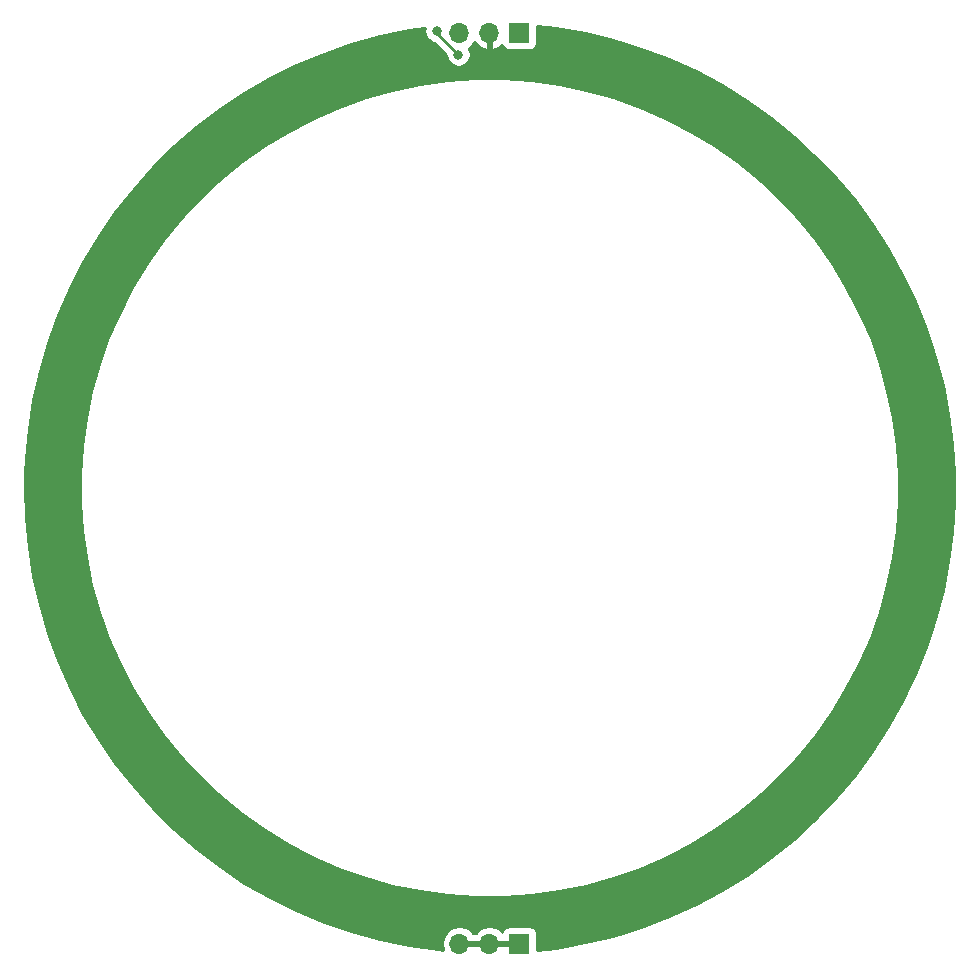
<source format=gbr>
G04 #@! TF.GenerationSoftware,KiCad,Pcbnew,(5.1.5)-3*
G04 #@! TF.CreationDate,2020-06-10T12:30:33+02:00*
G04 #@! TF.ProjectId,Ring80,52696e67-3830-42e6-9b69-6361645f7063,V0.1*
G04 #@! TF.SameCoordinates,Original*
G04 #@! TF.FileFunction,Copper,L2,Bot*
G04 #@! TF.FilePolarity,Positive*
%FSLAX46Y46*%
G04 Gerber Fmt 4.6, Leading zero omitted, Abs format (unit mm)*
G04 Created by KiCad (PCBNEW (5.1.5)-3) date 2020-06-10 12:30:33*
%MOMM*%
%LPD*%
G04 APERTURE LIST*
%ADD10R,1.700000X1.700000*%
%ADD11O,1.700000X1.700000*%
%ADD12C,0.800000*%
%ADD13C,0.250000*%
%ADD14C,0.500000*%
%ADD15C,0.254000*%
G04 APERTURE END LIST*
D10*
X96888000Y-166072000D03*
D11*
X94348000Y-166072000D03*
X91808000Y-166072000D03*
D10*
X96890000Y-88960000D03*
D11*
X94350000Y-88960000D03*
X91810000Y-88960000D03*
D12*
X91710000Y-90800000D03*
X89880000Y-88790000D03*
X86390000Y-93312223D03*
X67420000Y-104450000D03*
X71160000Y-100440000D03*
X59240000Y-124660000D03*
X59180000Y-130330000D03*
X59780000Y-135670000D03*
X96990000Y-92330000D03*
X102600000Y-92790000D03*
X112880000Y-97440000D03*
X117428840Y-100414965D03*
X121190000Y-104370000D03*
X124580000Y-108790000D03*
X127210000Y-113710000D03*
X128920000Y-119030000D03*
X129940000Y-124700000D03*
X130040000Y-130340000D03*
X129110000Y-135830000D03*
X127230000Y-141330000D03*
X124830000Y-146350000D03*
X121550000Y-150760000D03*
X117490000Y-154670000D03*
X112970000Y-157860000D03*
X107990000Y-160390000D03*
X102610000Y-162130000D03*
X91380000Y-163050000D03*
X80570000Y-160310000D03*
X75660000Y-157900000D03*
X67190000Y-150660000D03*
X63740000Y-145940000D03*
X61300000Y-140860000D03*
X97050000Y-162390000D03*
X86020000Y-161530000D03*
X93092215Y-164437901D03*
X81060000Y-94830203D03*
X109285131Y-161466838D03*
X131490001Y-128830000D03*
X130560001Y-134346197D03*
X128964332Y-140450000D03*
X126601726Y-145899056D03*
X123541910Y-150396196D03*
X119364154Y-154894154D03*
X114539154Y-158389154D03*
X103914272Y-163498992D03*
X131188743Y-123029766D03*
X129940780Y-117339221D03*
X127818014Y-111911986D03*
X124739082Y-106810921D03*
X121532584Y-102659116D03*
X116861587Y-98296030D03*
X112112397Y-95198274D03*
X107552643Y-92836529D03*
X102340000Y-91338564D03*
X71270000Y-154500000D03*
X86440000Y-163561436D03*
X81060000Y-161993471D03*
X75695632Y-159671726D03*
X70930846Y-156259154D03*
X66600846Y-152169154D03*
X63714763Y-148013070D03*
X60484016Y-142455984D03*
X58723300Y-137307533D03*
X57853837Y-132163059D03*
X61990000Y-113810000D03*
X64230000Y-108960000D03*
X62540846Y-108550846D03*
X59859174Y-113723274D03*
X58248564Y-119605285D03*
X65935846Y-103835846D03*
X69785846Y-99715846D03*
X73589301Y-97119301D03*
X78979016Y-93999015D03*
X84970000Y-91862223D03*
X91590000Y-92340000D03*
X107802454Y-94767546D03*
X76010000Y-97370000D03*
X60000000Y-119030000D03*
X90259999Y-91059609D03*
X57559999Y-125060000D03*
X99243670Y-163815868D03*
D13*
X89880000Y-88970000D02*
X89880000Y-88790000D01*
X91710000Y-90800000D02*
X89880000Y-88970000D01*
D14*
X91808000Y-166072000D02*
X96888000Y-166072000D01*
D15*
G36*
X99946666Y-88524424D02*
G01*
X102405094Y-88957912D01*
X104831080Y-89546449D01*
X107214854Y-90287668D01*
X109546817Y-91178582D01*
X111817581Y-92215605D01*
X114018000Y-93394561D01*
X116139215Y-94710702D01*
X118172685Y-96158729D01*
X120110221Y-97732812D01*
X121944022Y-99426611D01*
X123666703Y-101233308D01*
X125271329Y-103145625D01*
X126751437Y-105155865D01*
X128101067Y-107255931D01*
X129314787Y-109437369D01*
X130387707Y-111691393D01*
X131315508Y-114008928D01*
X132094454Y-116380641D01*
X132721408Y-118796984D01*
X133193846Y-121248225D01*
X133509865Y-123724495D01*
X133668194Y-126215823D01*
X133668194Y-128712177D01*
X133509865Y-131203505D01*
X133193846Y-133679775D01*
X132721408Y-136131016D01*
X132094454Y-138547359D01*
X131315508Y-140919072D01*
X130387707Y-143236607D01*
X129314787Y-145490631D01*
X128101067Y-147672069D01*
X126751437Y-149772135D01*
X125271329Y-151782375D01*
X123666703Y-153694692D01*
X121944022Y-155501389D01*
X120110221Y-157195188D01*
X118172685Y-158769271D01*
X116139215Y-160217298D01*
X114018000Y-161533439D01*
X111817581Y-162712395D01*
X109546817Y-163749418D01*
X107214854Y-164640332D01*
X104831080Y-165381551D01*
X102405094Y-165970088D01*
X99946666Y-166403576D01*
X98376072Y-166578737D01*
X98376072Y-165222000D01*
X98363812Y-165097518D01*
X98327502Y-164977820D01*
X98268537Y-164867506D01*
X98189185Y-164770815D01*
X98092494Y-164691463D01*
X97982180Y-164632498D01*
X97862482Y-164596188D01*
X97738000Y-164583928D01*
X96038000Y-164583928D01*
X95913518Y-164596188D01*
X95793820Y-164632498D01*
X95683506Y-164691463D01*
X95586815Y-164770815D01*
X95507463Y-164867506D01*
X95448498Y-164977820D01*
X95426487Y-165050380D01*
X95294632Y-164918525D01*
X95051411Y-164756010D01*
X94781158Y-164644068D01*
X94494260Y-164587000D01*
X94201740Y-164587000D01*
X93914842Y-164644068D01*
X93644589Y-164756010D01*
X93401368Y-164918525D01*
X93194525Y-165125368D01*
X93153344Y-165187000D01*
X93002656Y-165187000D01*
X92961475Y-165125368D01*
X92754632Y-164918525D01*
X92511411Y-164756010D01*
X92241158Y-164644068D01*
X91954260Y-164587000D01*
X91661740Y-164587000D01*
X91374842Y-164644068D01*
X91104589Y-164756010D01*
X90861368Y-164918525D01*
X90654525Y-165125368D01*
X90492010Y-165368589D01*
X90380068Y-165638842D01*
X90323000Y-165925740D01*
X90323000Y-166218260D01*
X90380068Y-166505158D01*
X90417608Y-166595789D01*
X89987625Y-166561605D01*
X87516681Y-166206337D01*
X85073243Y-165695067D01*
X82667152Y-165029854D01*
X80308096Y-164213377D01*
X78005573Y-163248923D01*
X75768856Y-162140375D01*
X73606950Y-160892198D01*
X71528561Y-159509418D01*
X69542058Y-157997602D01*
X67655440Y-156362838D01*
X65876303Y-154611708D01*
X64211812Y-152751265D01*
X62668668Y-150788998D01*
X61253086Y-148732810D01*
X59970766Y-146590980D01*
X58826870Y-144372132D01*
X57826006Y-142085201D01*
X56972202Y-139739396D01*
X56268898Y-137344162D01*
X55718925Y-134909144D01*
X55324498Y-132444147D01*
X55087204Y-129959097D01*
X55008000Y-127464000D01*
X55045585Y-126279986D01*
X59688218Y-126279986D01*
X59688218Y-128648014D01*
X59849818Y-131010521D01*
X60172264Y-133356492D01*
X60654053Y-135674990D01*
X61292939Y-137955205D01*
X62085944Y-140186504D01*
X63029368Y-142358486D01*
X64118815Y-144461022D01*
X65349204Y-146484311D01*
X66714799Y-148418918D01*
X68209232Y-150255824D01*
X69825537Y-151986463D01*
X71556176Y-153602768D01*
X73393082Y-155097201D01*
X75327689Y-156462796D01*
X77350978Y-157693185D01*
X79453514Y-158782632D01*
X81625496Y-159726056D01*
X83856795Y-160519061D01*
X86137010Y-161157947D01*
X88455508Y-161639736D01*
X90801479Y-161962182D01*
X93163986Y-162123782D01*
X95532014Y-162123782D01*
X97894521Y-161962182D01*
X100240492Y-161639736D01*
X102558990Y-161157947D01*
X104839205Y-160519061D01*
X107070504Y-159726056D01*
X109242486Y-158782632D01*
X111345022Y-157693185D01*
X113368311Y-156462796D01*
X115302918Y-155097201D01*
X117139824Y-153602768D01*
X118870463Y-151986463D01*
X120486768Y-150255824D01*
X121981201Y-148418918D01*
X123346796Y-146484311D01*
X124577185Y-144461022D01*
X125666632Y-142358486D01*
X126610056Y-140186504D01*
X127403061Y-137955205D01*
X128041947Y-135674990D01*
X128523736Y-133356492D01*
X128846182Y-131010521D01*
X129007782Y-128648014D01*
X129007782Y-126279986D01*
X128846182Y-123917479D01*
X128523736Y-121571508D01*
X128041947Y-119253010D01*
X127403061Y-116972795D01*
X126610056Y-114741496D01*
X125666632Y-112569514D01*
X124577185Y-110466978D01*
X123346796Y-108443689D01*
X121981201Y-106509082D01*
X120486768Y-104672176D01*
X118870463Y-102941537D01*
X117139824Y-101325232D01*
X115302918Y-99830799D01*
X113368311Y-98465204D01*
X111345022Y-97234815D01*
X109242486Y-96145368D01*
X107070504Y-95201944D01*
X104839205Y-94408939D01*
X102558990Y-93770053D01*
X100240492Y-93288264D01*
X97894521Y-92965818D01*
X95532014Y-92804218D01*
X93163986Y-92804218D01*
X90801479Y-92965818D01*
X88455508Y-93288264D01*
X86137010Y-93770053D01*
X83856795Y-94408939D01*
X81625496Y-95201944D01*
X79453514Y-96145368D01*
X77350978Y-97234815D01*
X75327689Y-98465204D01*
X73393082Y-99830799D01*
X71556176Y-101325232D01*
X69825537Y-102941537D01*
X68209232Y-104672176D01*
X66714799Y-106509082D01*
X65349204Y-108443689D01*
X64118815Y-110466978D01*
X63029368Y-112569514D01*
X62085944Y-114741496D01*
X61292939Y-116972795D01*
X60654053Y-119253010D01*
X60172264Y-121571508D01*
X59849818Y-123917479D01*
X59688218Y-126279986D01*
X55045585Y-126279986D01*
X55087204Y-124968903D01*
X55324498Y-122483853D01*
X55718925Y-120018856D01*
X56268898Y-117583838D01*
X56972202Y-115188604D01*
X57826006Y-112842799D01*
X58826870Y-110555868D01*
X59970766Y-108337020D01*
X61253086Y-106195190D01*
X62668668Y-104139002D01*
X64211812Y-102176735D01*
X65876303Y-100316292D01*
X67655440Y-98565162D01*
X69542058Y-96930398D01*
X71528561Y-95418582D01*
X73606950Y-94035802D01*
X75768856Y-92787625D01*
X78005573Y-91679077D01*
X80308096Y-90714623D01*
X82667152Y-89898146D01*
X85073243Y-89232933D01*
X87516681Y-88721663D01*
X88877226Y-88526046D01*
X88845000Y-88688061D01*
X88845000Y-88891939D01*
X88884774Y-89091898D01*
X88962795Y-89280256D01*
X89076063Y-89449774D01*
X89220226Y-89593937D01*
X89389744Y-89707205D01*
X89578102Y-89785226D01*
X89630934Y-89795735D01*
X90675000Y-90839802D01*
X90675000Y-90901939D01*
X90714774Y-91101898D01*
X90792795Y-91290256D01*
X90906063Y-91459774D01*
X91050226Y-91603937D01*
X91219744Y-91717205D01*
X91408102Y-91795226D01*
X91608061Y-91835000D01*
X91811939Y-91835000D01*
X92011898Y-91795226D01*
X92200256Y-91717205D01*
X92369774Y-91603937D01*
X92513937Y-91459774D01*
X92627205Y-91290256D01*
X92705226Y-91101898D01*
X92745000Y-90901939D01*
X92745000Y-90698061D01*
X92705226Y-90498102D01*
X92627205Y-90309744D01*
X92576489Y-90233842D01*
X92756632Y-90113475D01*
X92963475Y-89906632D01*
X93085195Y-89724466D01*
X93154822Y-89841355D01*
X93349731Y-90057588D01*
X93583080Y-90231641D01*
X93845901Y-90356825D01*
X93993110Y-90401476D01*
X94223000Y-90280155D01*
X94223000Y-89087000D01*
X94203000Y-89087000D01*
X94203000Y-88833000D01*
X94223000Y-88833000D01*
X94223000Y-88813000D01*
X94477000Y-88813000D01*
X94477000Y-88833000D01*
X94497000Y-88833000D01*
X94497000Y-89087000D01*
X94477000Y-89087000D01*
X94477000Y-90280155D01*
X94706890Y-90401476D01*
X94854099Y-90356825D01*
X95116920Y-90231641D01*
X95350269Y-90057588D01*
X95426034Y-89973534D01*
X95450498Y-90054180D01*
X95509463Y-90164494D01*
X95588815Y-90261185D01*
X95685506Y-90340537D01*
X95795820Y-90399502D01*
X95915518Y-90435812D01*
X96040000Y-90448072D01*
X97740000Y-90448072D01*
X97864482Y-90435812D01*
X97984180Y-90399502D01*
X98094494Y-90340537D01*
X98191185Y-90261185D01*
X98270537Y-90164494D01*
X98329502Y-90054180D01*
X98365812Y-89934482D01*
X98378072Y-89810000D01*
X98378072Y-88349486D01*
X99946666Y-88524424D01*
G37*
X99946666Y-88524424D02*
X102405094Y-88957912D01*
X104831080Y-89546449D01*
X107214854Y-90287668D01*
X109546817Y-91178582D01*
X111817581Y-92215605D01*
X114018000Y-93394561D01*
X116139215Y-94710702D01*
X118172685Y-96158729D01*
X120110221Y-97732812D01*
X121944022Y-99426611D01*
X123666703Y-101233308D01*
X125271329Y-103145625D01*
X126751437Y-105155865D01*
X128101067Y-107255931D01*
X129314787Y-109437369D01*
X130387707Y-111691393D01*
X131315508Y-114008928D01*
X132094454Y-116380641D01*
X132721408Y-118796984D01*
X133193846Y-121248225D01*
X133509865Y-123724495D01*
X133668194Y-126215823D01*
X133668194Y-128712177D01*
X133509865Y-131203505D01*
X133193846Y-133679775D01*
X132721408Y-136131016D01*
X132094454Y-138547359D01*
X131315508Y-140919072D01*
X130387707Y-143236607D01*
X129314787Y-145490631D01*
X128101067Y-147672069D01*
X126751437Y-149772135D01*
X125271329Y-151782375D01*
X123666703Y-153694692D01*
X121944022Y-155501389D01*
X120110221Y-157195188D01*
X118172685Y-158769271D01*
X116139215Y-160217298D01*
X114018000Y-161533439D01*
X111817581Y-162712395D01*
X109546817Y-163749418D01*
X107214854Y-164640332D01*
X104831080Y-165381551D01*
X102405094Y-165970088D01*
X99946666Y-166403576D01*
X98376072Y-166578737D01*
X98376072Y-165222000D01*
X98363812Y-165097518D01*
X98327502Y-164977820D01*
X98268537Y-164867506D01*
X98189185Y-164770815D01*
X98092494Y-164691463D01*
X97982180Y-164632498D01*
X97862482Y-164596188D01*
X97738000Y-164583928D01*
X96038000Y-164583928D01*
X95913518Y-164596188D01*
X95793820Y-164632498D01*
X95683506Y-164691463D01*
X95586815Y-164770815D01*
X95507463Y-164867506D01*
X95448498Y-164977820D01*
X95426487Y-165050380D01*
X95294632Y-164918525D01*
X95051411Y-164756010D01*
X94781158Y-164644068D01*
X94494260Y-164587000D01*
X94201740Y-164587000D01*
X93914842Y-164644068D01*
X93644589Y-164756010D01*
X93401368Y-164918525D01*
X93194525Y-165125368D01*
X93153344Y-165187000D01*
X93002656Y-165187000D01*
X92961475Y-165125368D01*
X92754632Y-164918525D01*
X92511411Y-164756010D01*
X92241158Y-164644068D01*
X91954260Y-164587000D01*
X91661740Y-164587000D01*
X91374842Y-164644068D01*
X91104589Y-164756010D01*
X90861368Y-164918525D01*
X90654525Y-165125368D01*
X90492010Y-165368589D01*
X90380068Y-165638842D01*
X90323000Y-165925740D01*
X90323000Y-166218260D01*
X90380068Y-166505158D01*
X90417608Y-166595789D01*
X89987625Y-166561605D01*
X87516681Y-166206337D01*
X85073243Y-165695067D01*
X82667152Y-165029854D01*
X80308096Y-164213377D01*
X78005573Y-163248923D01*
X75768856Y-162140375D01*
X73606950Y-160892198D01*
X71528561Y-159509418D01*
X69542058Y-157997602D01*
X67655440Y-156362838D01*
X65876303Y-154611708D01*
X64211812Y-152751265D01*
X62668668Y-150788998D01*
X61253086Y-148732810D01*
X59970766Y-146590980D01*
X58826870Y-144372132D01*
X57826006Y-142085201D01*
X56972202Y-139739396D01*
X56268898Y-137344162D01*
X55718925Y-134909144D01*
X55324498Y-132444147D01*
X55087204Y-129959097D01*
X55008000Y-127464000D01*
X55045585Y-126279986D01*
X59688218Y-126279986D01*
X59688218Y-128648014D01*
X59849818Y-131010521D01*
X60172264Y-133356492D01*
X60654053Y-135674990D01*
X61292939Y-137955205D01*
X62085944Y-140186504D01*
X63029368Y-142358486D01*
X64118815Y-144461022D01*
X65349204Y-146484311D01*
X66714799Y-148418918D01*
X68209232Y-150255824D01*
X69825537Y-151986463D01*
X71556176Y-153602768D01*
X73393082Y-155097201D01*
X75327689Y-156462796D01*
X77350978Y-157693185D01*
X79453514Y-158782632D01*
X81625496Y-159726056D01*
X83856795Y-160519061D01*
X86137010Y-161157947D01*
X88455508Y-161639736D01*
X90801479Y-161962182D01*
X93163986Y-162123782D01*
X95532014Y-162123782D01*
X97894521Y-161962182D01*
X100240492Y-161639736D01*
X102558990Y-161157947D01*
X104839205Y-160519061D01*
X107070504Y-159726056D01*
X109242486Y-158782632D01*
X111345022Y-157693185D01*
X113368311Y-156462796D01*
X115302918Y-155097201D01*
X117139824Y-153602768D01*
X118870463Y-151986463D01*
X120486768Y-150255824D01*
X121981201Y-148418918D01*
X123346796Y-146484311D01*
X124577185Y-144461022D01*
X125666632Y-142358486D01*
X126610056Y-140186504D01*
X127403061Y-137955205D01*
X128041947Y-135674990D01*
X128523736Y-133356492D01*
X128846182Y-131010521D01*
X129007782Y-128648014D01*
X129007782Y-126279986D01*
X128846182Y-123917479D01*
X128523736Y-121571508D01*
X128041947Y-119253010D01*
X127403061Y-116972795D01*
X126610056Y-114741496D01*
X125666632Y-112569514D01*
X124577185Y-110466978D01*
X123346796Y-108443689D01*
X121981201Y-106509082D01*
X120486768Y-104672176D01*
X118870463Y-102941537D01*
X117139824Y-101325232D01*
X115302918Y-99830799D01*
X113368311Y-98465204D01*
X111345022Y-97234815D01*
X109242486Y-96145368D01*
X107070504Y-95201944D01*
X104839205Y-94408939D01*
X102558990Y-93770053D01*
X100240492Y-93288264D01*
X97894521Y-92965818D01*
X95532014Y-92804218D01*
X93163986Y-92804218D01*
X90801479Y-92965818D01*
X88455508Y-93288264D01*
X86137010Y-93770053D01*
X83856795Y-94408939D01*
X81625496Y-95201944D01*
X79453514Y-96145368D01*
X77350978Y-97234815D01*
X75327689Y-98465204D01*
X73393082Y-99830799D01*
X71556176Y-101325232D01*
X69825537Y-102941537D01*
X68209232Y-104672176D01*
X66714799Y-106509082D01*
X65349204Y-108443689D01*
X64118815Y-110466978D01*
X63029368Y-112569514D01*
X62085944Y-114741496D01*
X61292939Y-116972795D01*
X60654053Y-119253010D01*
X60172264Y-121571508D01*
X59849818Y-123917479D01*
X59688218Y-126279986D01*
X55045585Y-126279986D01*
X55087204Y-124968903D01*
X55324498Y-122483853D01*
X55718925Y-120018856D01*
X56268898Y-117583838D01*
X56972202Y-115188604D01*
X57826006Y-112842799D01*
X58826870Y-110555868D01*
X59970766Y-108337020D01*
X61253086Y-106195190D01*
X62668668Y-104139002D01*
X64211812Y-102176735D01*
X65876303Y-100316292D01*
X67655440Y-98565162D01*
X69542058Y-96930398D01*
X71528561Y-95418582D01*
X73606950Y-94035802D01*
X75768856Y-92787625D01*
X78005573Y-91679077D01*
X80308096Y-90714623D01*
X82667152Y-89898146D01*
X85073243Y-89232933D01*
X87516681Y-88721663D01*
X88877226Y-88526046D01*
X88845000Y-88688061D01*
X88845000Y-88891939D01*
X88884774Y-89091898D01*
X88962795Y-89280256D01*
X89076063Y-89449774D01*
X89220226Y-89593937D01*
X89389744Y-89707205D01*
X89578102Y-89785226D01*
X89630934Y-89795735D01*
X90675000Y-90839802D01*
X90675000Y-90901939D01*
X90714774Y-91101898D01*
X90792795Y-91290256D01*
X90906063Y-91459774D01*
X91050226Y-91603937D01*
X91219744Y-91717205D01*
X91408102Y-91795226D01*
X91608061Y-91835000D01*
X91811939Y-91835000D01*
X92011898Y-91795226D01*
X92200256Y-91717205D01*
X92369774Y-91603937D01*
X92513937Y-91459774D01*
X92627205Y-91290256D01*
X92705226Y-91101898D01*
X92745000Y-90901939D01*
X92745000Y-90698061D01*
X92705226Y-90498102D01*
X92627205Y-90309744D01*
X92576489Y-90233842D01*
X92756632Y-90113475D01*
X92963475Y-89906632D01*
X93085195Y-89724466D01*
X93154822Y-89841355D01*
X93349731Y-90057588D01*
X93583080Y-90231641D01*
X93845901Y-90356825D01*
X93993110Y-90401476D01*
X94223000Y-90280155D01*
X94223000Y-89087000D01*
X94203000Y-89087000D01*
X94203000Y-88833000D01*
X94223000Y-88833000D01*
X94223000Y-88813000D01*
X94477000Y-88813000D01*
X94477000Y-88833000D01*
X94497000Y-88833000D01*
X94497000Y-89087000D01*
X94477000Y-89087000D01*
X94477000Y-90280155D01*
X94706890Y-90401476D01*
X94854099Y-90356825D01*
X95116920Y-90231641D01*
X95350269Y-90057588D01*
X95426034Y-89973534D01*
X95450498Y-90054180D01*
X95509463Y-90164494D01*
X95588815Y-90261185D01*
X95685506Y-90340537D01*
X95795820Y-90399502D01*
X95915518Y-90435812D01*
X96040000Y-90448072D01*
X97740000Y-90448072D01*
X97864482Y-90435812D01*
X97984180Y-90399502D01*
X98094494Y-90340537D01*
X98191185Y-90261185D01*
X98270537Y-90164494D01*
X98329502Y-90054180D01*
X98365812Y-89934482D01*
X98378072Y-89810000D01*
X98378072Y-88349486D01*
X99946666Y-88524424D01*
M02*

</source>
